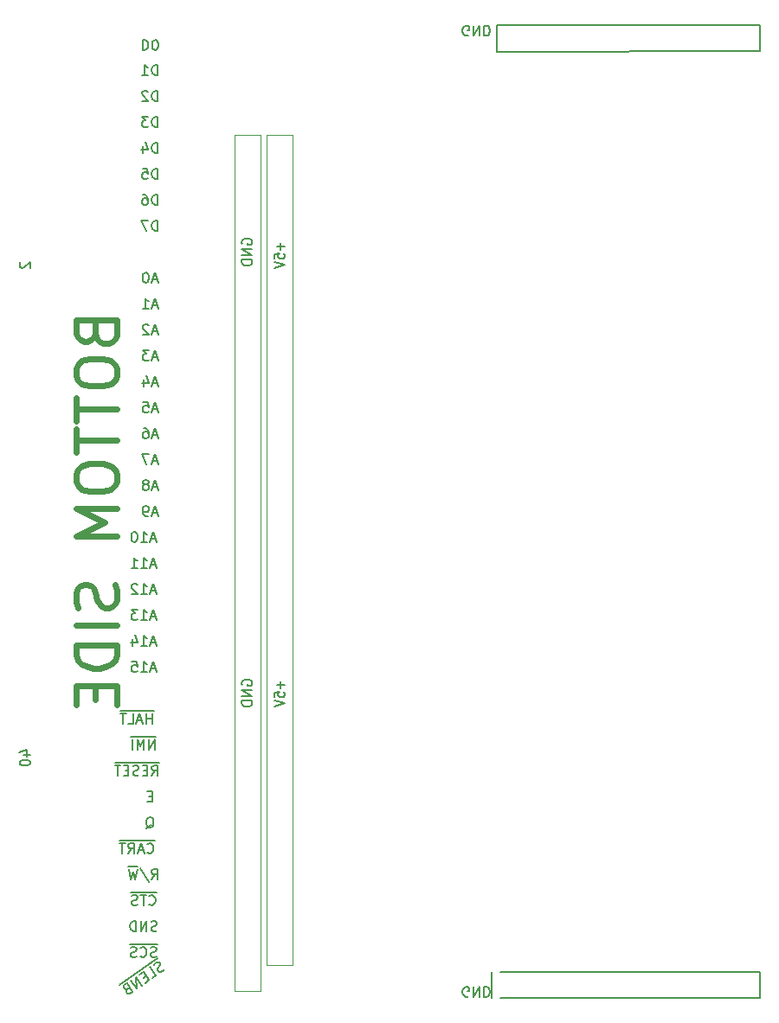
<source format=gbo>
%TF.GenerationSoftware,KiCad,Pcbnew,9.0.7*%
%TF.CreationDate,2026-01-19T16:38:05-08:00*%
%TF.ProjectId,CoCoProtoBoard,436f436f-5072-46f7-946f-426f6172642e,rev?*%
%TF.SameCoordinates,Original*%
%TF.FileFunction,Legend,Bot*%
%TF.FilePolarity,Positive*%
%FSLAX46Y46*%
G04 Gerber Fmt 4.6, Leading zero omitted, Abs format (unit mm)*
G04 Created by KiCad (PCBNEW 9.0.7) date 2026-01-19 16:38:05*
%MOMM*%
%LPD*%
G01*
G04 APERTURE LIST*
%ADD10C,0.150000*%
%ADD11C,0.600000*%
%ADD12C,0.120000*%
G04 APERTURE END LIST*
D10*
X172720000Y-149225000D02*
X147320000Y-149225000D01*
X172720000Y-56515000D02*
X146940000Y-56515000D01*
X146940000Y-56515000D02*
X146940000Y-59140000D01*
X172720000Y-59055000D02*
X172720000Y-56515000D01*
X146940000Y-59140000D02*
X172720000Y-59055000D01*
X147320000Y-151765000D02*
X172720000Y-151765000D01*
X172720000Y-151765000D02*
X172720000Y-149225000D01*
X146440000Y-149225000D02*
X146440000Y-151765000D01*
X114403389Y-148950809D02*
X114313681Y-149071756D01*
X114313681Y-149071756D02*
X114118645Y-149208322D01*
X114118645Y-149208322D02*
X114013317Y-149223941D01*
X114013317Y-149223941D02*
X113946997Y-149212247D01*
X113946997Y-149212247D02*
X113853363Y-149161545D01*
X113853363Y-149161545D02*
X113798737Y-149083531D01*
X113798737Y-149083531D02*
X113783118Y-148978203D01*
X113783118Y-148978203D02*
X113794812Y-148911883D01*
X113794812Y-148911883D02*
X113845513Y-148818249D01*
X113845513Y-148818249D02*
X113974229Y-148669989D01*
X113974229Y-148669989D02*
X114024930Y-148576356D01*
X114024930Y-148576356D02*
X114036624Y-148510035D01*
X114036624Y-148510035D02*
X114021005Y-148404708D01*
X114021005Y-148404708D02*
X113966379Y-148326693D01*
X113966379Y-148326693D02*
X113872745Y-148275992D01*
X113872745Y-148275992D02*
X113806425Y-148264298D01*
X113806425Y-148264298D02*
X113701097Y-148279917D01*
X113701097Y-148279917D02*
X113506061Y-148416483D01*
X113506061Y-148416483D02*
X113416352Y-148537430D01*
X113221478Y-149836525D02*
X113611550Y-149563393D01*
X113611550Y-149563393D02*
X113037974Y-148744241D01*
X112647982Y-149598637D02*
X112374932Y-149789829D01*
X112558355Y-150300848D02*
X112948427Y-150027717D01*
X112948427Y-150027717D02*
X112374851Y-149208565D01*
X112374851Y-149208565D02*
X111984778Y-149481696D01*
X112207290Y-150546667D02*
X111633713Y-149727515D01*
X111633713Y-149727515D02*
X111739203Y-150874425D01*
X111739203Y-150874425D02*
X111165626Y-150055273D01*
X110775635Y-150909669D02*
X110685926Y-151030616D01*
X110685926Y-151030616D02*
X110674232Y-151096936D01*
X110674232Y-151096936D02*
X110689851Y-151202264D01*
X110689851Y-151202264D02*
X110771791Y-151319286D01*
X110771791Y-151319286D02*
X110865424Y-151369987D01*
X110865424Y-151369987D02*
X110931745Y-151381681D01*
X110931745Y-151381681D02*
X111037072Y-151366062D01*
X111037072Y-151366062D02*
X111349130Y-151147557D01*
X111349130Y-151147557D02*
X110775554Y-150328404D01*
X110775554Y-150328404D02*
X110502503Y-150519597D01*
X110502503Y-150519597D02*
X110451802Y-150613230D01*
X110451802Y-150613230D02*
X110440108Y-150679551D01*
X110440108Y-150679551D02*
X110455727Y-150784878D01*
X110455727Y-150784878D02*
X110510353Y-150862893D01*
X110510353Y-150862893D02*
X110603987Y-150913594D01*
X110603987Y-150913594D02*
X110670307Y-150925288D01*
X110670307Y-150925288D02*
X110775635Y-150909669D01*
X110775635Y-150909669D02*
X111048686Y-150718477D01*
X113772004Y-147891357D02*
X110074118Y-150480645D01*
X113656904Y-147727200D02*
X113514047Y-147774819D01*
X113514047Y-147774819D02*
X113275952Y-147774819D01*
X113275952Y-147774819D02*
X113180714Y-147727200D01*
X113180714Y-147727200D02*
X113133095Y-147679580D01*
X113133095Y-147679580D02*
X113085476Y-147584342D01*
X113085476Y-147584342D02*
X113085476Y-147489104D01*
X113085476Y-147489104D02*
X113133095Y-147393866D01*
X113133095Y-147393866D02*
X113180714Y-147346247D01*
X113180714Y-147346247D02*
X113275952Y-147298628D01*
X113275952Y-147298628D02*
X113466428Y-147251009D01*
X113466428Y-147251009D02*
X113561666Y-147203390D01*
X113561666Y-147203390D02*
X113609285Y-147155771D01*
X113609285Y-147155771D02*
X113656904Y-147060533D01*
X113656904Y-147060533D02*
X113656904Y-146965295D01*
X113656904Y-146965295D02*
X113609285Y-146870057D01*
X113609285Y-146870057D02*
X113561666Y-146822438D01*
X113561666Y-146822438D02*
X113466428Y-146774819D01*
X113466428Y-146774819D02*
X113228333Y-146774819D01*
X113228333Y-146774819D02*
X113085476Y-146822438D01*
X112085476Y-147679580D02*
X112133095Y-147727200D01*
X112133095Y-147727200D02*
X112275952Y-147774819D01*
X112275952Y-147774819D02*
X112371190Y-147774819D01*
X112371190Y-147774819D02*
X112514047Y-147727200D01*
X112514047Y-147727200D02*
X112609285Y-147631961D01*
X112609285Y-147631961D02*
X112656904Y-147536723D01*
X112656904Y-147536723D02*
X112704523Y-147346247D01*
X112704523Y-147346247D02*
X112704523Y-147203390D01*
X112704523Y-147203390D02*
X112656904Y-147012914D01*
X112656904Y-147012914D02*
X112609285Y-146917676D01*
X112609285Y-146917676D02*
X112514047Y-146822438D01*
X112514047Y-146822438D02*
X112371190Y-146774819D01*
X112371190Y-146774819D02*
X112275952Y-146774819D01*
X112275952Y-146774819D02*
X112133095Y-146822438D01*
X112133095Y-146822438D02*
X112085476Y-146870057D01*
X111704523Y-147727200D02*
X111561666Y-147774819D01*
X111561666Y-147774819D02*
X111323571Y-147774819D01*
X111323571Y-147774819D02*
X111228333Y-147727200D01*
X111228333Y-147727200D02*
X111180714Y-147679580D01*
X111180714Y-147679580D02*
X111133095Y-147584342D01*
X111133095Y-147584342D02*
X111133095Y-147489104D01*
X111133095Y-147489104D02*
X111180714Y-147393866D01*
X111180714Y-147393866D02*
X111228333Y-147346247D01*
X111228333Y-147346247D02*
X111323571Y-147298628D01*
X111323571Y-147298628D02*
X111514047Y-147251009D01*
X111514047Y-147251009D02*
X111609285Y-147203390D01*
X111609285Y-147203390D02*
X111656904Y-147155771D01*
X111656904Y-147155771D02*
X111704523Y-147060533D01*
X111704523Y-147060533D02*
X111704523Y-146965295D01*
X111704523Y-146965295D02*
X111656904Y-146870057D01*
X111656904Y-146870057D02*
X111609285Y-146822438D01*
X111609285Y-146822438D02*
X111514047Y-146774819D01*
X111514047Y-146774819D02*
X111275952Y-146774819D01*
X111275952Y-146774819D02*
X111133095Y-146822438D01*
X113747381Y-146497200D02*
X111042619Y-146497200D01*
X113704523Y-145187200D02*
X113561666Y-145234819D01*
X113561666Y-145234819D02*
X113323571Y-145234819D01*
X113323571Y-145234819D02*
X113228333Y-145187200D01*
X113228333Y-145187200D02*
X113180714Y-145139580D01*
X113180714Y-145139580D02*
X113133095Y-145044342D01*
X113133095Y-145044342D02*
X113133095Y-144949104D01*
X113133095Y-144949104D02*
X113180714Y-144853866D01*
X113180714Y-144853866D02*
X113228333Y-144806247D01*
X113228333Y-144806247D02*
X113323571Y-144758628D01*
X113323571Y-144758628D02*
X113514047Y-144711009D01*
X113514047Y-144711009D02*
X113609285Y-144663390D01*
X113609285Y-144663390D02*
X113656904Y-144615771D01*
X113656904Y-144615771D02*
X113704523Y-144520533D01*
X113704523Y-144520533D02*
X113704523Y-144425295D01*
X113704523Y-144425295D02*
X113656904Y-144330057D01*
X113656904Y-144330057D02*
X113609285Y-144282438D01*
X113609285Y-144282438D02*
X113514047Y-144234819D01*
X113514047Y-144234819D02*
X113275952Y-144234819D01*
X113275952Y-144234819D02*
X113133095Y-144282438D01*
X112704523Y-145234819D02*
X112704523Y-144234819D01*
X112704523Y-144234819D02*
X112133095Y-145234819D01*
X112133095Y-145234819D02*
X112133095Y-144234819D01*
X111656904Y-145234819D02*
X111656904Y-144234819D01*
X111656904Y-144234819D02*
X111418809Y-144234819D01*
X111418809Y-144234819D02*
X111275952Y-144282438D01*
X111275952Y-144282438D02*
X111180714Y-144377676D01*
X111180714Y-144377676D02*
X111133095Y-144472914D01*
X111133095Y-144472914D02*
X111085476Y-144663390D01*
X111085476Y-144663390D02*
X111085476Y-144806247D01*
X111085476Y-144806247D02*
X111133095Y-144996723D01*
X111133095Y-144996723D02*
X111180714Y-145091961D01*
X111180714Y-145091961D02*
X111275952Y-145187200D01*
X111275952Y-145187200D02*
X111418809Y-145234819D01*
X111418809Y-145234819D02*
X111656904Y-145234819D01*
X112942619Y-142599580D02*
X112990238Y-142647200D01*
X112990238Y-142647200D02*
X113133095Y-142694819D01*
X113133095Y-142694819D02*
X113228333Y-142694819D01*
X113228333Y-142694819D02*
X113371190Y-142647200D01*
X113371190Y-142647200D02*
X113466428Y-142551961D01*
X113466428Y-142551961D02*
X113514047Y-142456723D01*
X113514047Y-142456723D02*
X113561666Y-142266247D01*
X113561666Y-142266247D02*
X113561666Y-142123390D01*
X113561666Y-142123390D02*
X113514047Y-141932914D01*
X113514047Y-141932914D02*
X113466428Y-141837676D01*
X113466428Y-141837676D02*
X113371190Y-141742438D01*
X113371190Y-141742438D02*
X113228333Y-141694819D01*
X113228333Y-141694819D02*
X113133095Y-141694819D01*
X113133095Y-141694819D02*
X112990238Y-141742438D01*
X112990238Y-141742438D02*
X112942619Y-141790057D01*
X112656904Y-141694819D02*
X112085476Y-141694819D01*
X112371190Y-142694819D02*
X112371190Y-141694819D01*
X111799761Y-142647200D02*
X111656904Y-142694819D01*
X111656904Y-142694819D02*
X111418809Y-142694819D01*
X111418809Y-142694819D02*
X111323571Y-142647200D01*
X111323571Y-142647200D02*
X111275952Y-142599580D01*
X111275952Y-142599580D02*
X111228333Y-142504342D01*
X111228333Y-142504342D02*
X111228333Y-142409104D01*
X111228333Y-142409104D02*
X111275952Y-142313866D01*
X111275952Y-142313866D02*
X111323571Y-142266247D01*
X111323571Y-142266247D02*
X111418809Y-142218628D01*
X111418809Y-142218628D02*
X111609285Y-142171009D01*
X111609285Y-142171009D02*
X111704523Y-142123390D01*
X111704523Y-142123390D02*
X111752142Y-142075771D01*
X111752142Y-142075771D02*
X111799761Y-141980533D01*
X111799761Y-141980533D02*
X111799761Y-141885295D01*
X111799761Y-141885295D02*
X111752142Y-141790057D01*
X111752142Y-141790057D02*
X111704523Y-141742438D01*
X111704523Y-141742438D02*
X111609285Y-141694819D01*
X111609285Y-141694819D02*
X111371190Y-141694819D01*
X111371190Y-141694819D02*
X111228333Y-141742438D01*
X113652143Y-141417200D02*
X111137857Y-141417200D01*
X113180714Y-140154819D02*
X113514047Y-139678628D01*
X113752142Y-140154819D02*
X113752142Y-139154819D01*
X113752142Y-139154819D02*
X113371190Y-139154819D01*
X113371190Y-139154819D02*
X113275952Y-139202438D01*
X113275952Y-139202438D02*
X113228333Y-139250057D01*
X113228333Y-139250057D02*
X113180714Y-139345295D01*
X113180714Y-139345295D02*
X113180714Y-139488152D01*
X113180714Y-139488152D02*
X113228333Y-139583390D01*
X113228333Y-139583390D02*
X113275952Y-139631009D01*
X113275952Y-139631009D02*
X113371190Y-139678628D01*
X113371190Y-139678628D02*
X113752142Y-139678628D01*
X112037857Y-139107200D02*
X112894999Y-140392914D01*
X111799761Y-139154819D02*
X111561666Y-140154819D01*
X111561666Y-140154819D02*
X111371190Y-139440533D01*
X111371190Y-139440533D02*
X111180714Y-140154819D01*
X111180714Y-140154819D02*
X110942619Y-139154819D01*
X111842619Y-138877200D02*
X110899762Y-138877200D01*
X112760000Y-137519580D02*
X112807619Y-137567200D01*
X112807619Y-137567200D02*
X112950476Y-137614819D01*
X112950476Y-137614819D02*
X113045714Y-137614819D01*
X113045714Y-137614819D02*
X113188571Y-137567200D01*
X113188571Y-137567200D02*
X113283809Y-137471961D01*
X113283809Y-137471961D02*
X113331428Y-137376723D01*
X113331428Y-137376723D02*
X113379047Y-137186247D01*
X113379047Y-137186247D02*
X113379047Y-137043390D01*
X113379047Y-137043390D02*
X113331428Y-136852914D01*
X113331428Y-136852914D02*
X113283809Y-136757676D01*
X113283809Y-136757676D02*
X113188571Y-136662438D01*
X113188571Y-136662438D02*
X113045714Y-136614819D01*
X113045714Y-136614819D02*
X112950476Y-136614819D01*
X112950476Y-136614819D02*
X112807619Y-136662438D01*
X112807619Y-136662438D02*
X112760000Y-136710057D01*
X112379047Y-137329104D02*
X111902857Y-137329104D01*
X112474285Y-137614819D02*
X112140952Y-136614819D01*
X112140952Y-136614819D02*
X111807619Y-137614819D01*
X110902857Y-137614819D02*
X111236190Y-137138628D01*
X111474285Y-137614819D02*
X111474285Y-136614819D01*
X111474285Y-136614819D02*
X111093333Y-136614819D01*
X111093333Y-136614819D02*
X110998095Y-136662438D01*
X110998095Y-136662438D02*
X110950476Y-136710057D01*
X110950476Y-136710057D02*
X110902857Y-136805295D01*
X110902857Y-136805295D02*
X110902857Y-136948152D01*
X110902857Y-136948152D02*
X110950476Y-137043390D01*
X110950476Y-137043390D02*
X110998095Y-137091009D01*
X110998095Y-137091009D02*
X111093333Y-137138628D01*
X111093333Y-137138628D02*
X111474285Y-137138628D01*
X110617142Y-136614819D02*
X110045714Y-136614819D01*
X110331428Y-137614819D02*
X110331428Y-136614819D01*
X113469524Y-136337200D02*
X110050476Y-136337200D01*
X112649047Y-135170057D02*
X112744285Y-135122438D01*
X112744285Y-135122438D02*
X112839523Y-135027200D01*
X112839523Y-135027200D02*
X112982380Y-134884342D01*
X112982380Y-134884342D02*
X113077618Y-134836723D01*
X113077618Y-134836723D02*
X113172856Y-134836723D01*
X113125237Y-135074819D02*
X113220475Y-135027200D01*
X113220475Y-135027200D02*
X113315713Y-134931961D01*
X113315713Y-134931961D02*
X113363332Y-134741485D01*
X113363332Y-134741485D02*
X113363332Y-134408152D01*
X113363332Y-134408152D02*
X113315713Y-134217676D01*
X113315713Y-134217676D02*
X113220475Y-134122438D01*
X113220475Y-134122438D02*
X113125237Y-134074819D01*
X113125237Y-134074819D02*
X112934761Y-134074819D01*
X112934761Y-134074819D02*
X112839523Y-134122438D01*
X112839523Y-134122438D02*
X112744285Y-134217676D01*
X112744285Y-134217676D02*
X112696666Y-134408152D01*
X112696666Y-134408152D02*
X112696666Y-134741485D01*
X112696666Y-134741485D02*
X112744285Y-134931961D01*
X112744285Y-134931961D02*
X112839523Y-135027200D01*
X112839523Y-135027200D02*
X112934761Y-135074819D01*
X112934761Y-135074819D02*
X113125237Y-135074819D01*
X113244285Y-132011009D02*
X112910952Y-132011009D01*
X112768095Y-132534819D02*
X113244285Y-132534819D01*
X113244285Y-132534819D02*
X113244285Y-131534819D01*
X113244285Y-131534819D02*
X112768095Y-131534819D01*
X113212381Y-129994819D02*
X113545714Y-129518628D01*
X113783809Y-129994819D02*
X113783809Y-128994819D01*
X113783809Y-128994819D02*
X113402857Y-128994819D01*
X113402857Y-128994819D02*
X113307619Y-129042438D01*
X113307619Y-129042438D02*
X113260000Y-129090057D01*
X113260000Y-129090057D02*
X113212381Y-129185295D01*
X113212381Y-129185295D02*
X113212381Y-129328152D01*
X113212381Y-129328152D02*
X113260000Y-129423390D01*
X113260000Y-129423390D02*
X113307619Y-129471009D01*
X113307619Y-129471009D02*
X113402857Y-129518628D01*
X113402857Y-129518628D02*
X113783809Y-129518628D01*
X112783809Y-129471009D02*
X112450476Y-129471009D01*
X112307619Y-129994819D02*
X112783809Y-129994819D01*
X112783809Y-129994819D02*
X112783809Y-128994819D01*
X112783809Y-128994819D02*
X112307619Y-128994819D01*
X111926666Y-129947200D02*
X111783809Y-129994819D01*
X111783809Y-129994819D02*
X111545714Y-129994819D01*
X111545714Y-129994819D02*
X111450476Y-129947200D01*
X111450476Y-129947200D02*
X111402857Y-129899580D01*
X111402857Y-129899580D02*
X111355238Y-129804342D01*
X111355238Y-129804342D02*
X111355238Y-129709104D01*
X111355238Y-129709104D02*
X111402857Y-129613866D01*
X111402857Y-129613866D02*
X111450476Y-129566247D01*
X111450476Y-129566247D02*
X111545714Y-129518628D01*
X111545714Y-129518628D02*
X111736190Y-129471009D01*
X111736190Y-129471009D02*
X111831428Y-129423390D01*
X111831428Y-129423390D02*
X111879047Y-129375771D01*
X111879047Y-129375771D02*
X111926666Y-129280533D01*
X111926666Y-129280533D02*
X111926666Y-129185295D01*
X111926666Y-129185295D02*
X111879047Y-129090057D01*
X111879047Y-129090057D02*
X111831428Y-129042438D01*
X111831428Y-129042438D02*
X111736190Y-128994819D01*
X111736190Y-128994819D02*
X111498095Y-128994819D01*
X111498095Y-128994819D02*
X111355238Y-129042438D01*
X110926666Y-129471009D02*
X110593333Y-129471009D01*
X110450476Y-129994819D02*
X110926666Y-129994819D01*
X110926666Y-129994819D02*
X110926666Y-128994819D01*
X110926666Y-128994819D02*
X110450476Y-128994819D01*
X110164761Y-128994819D02*
X109593333Y-128994819D01*
X109879047Y-129994819D02*
X109879047Y-128994819D01*
X113921905Y-128717200D02*
X109598095Y-128717200D01*
X113490237Y-127454819D02*
X113490237Y-126454819D01*
X113490237Y-126454819D02*
X112918809Y-127454819D01*
X112918809Y-127454819D02*
X112918809Y-126454819D01*
X112442618Y-127454819D02*
X112442618Y-126454819D01*
X112442618Y-126454819D02*
X112109285Y-127169104D01*
X112109285Y-127169104D02*
X111775952Y-126454819D01*
X111775952Y-126454819D02*
X111775952Y-127454819D01*
X111299761Y-127454819D02*
X111299761Y-126454819D01*
X113628333Y-126177200D02*
X111161667Y-126177200D01*
X113259999Y-124914819D02*
X113259999Y-123914819D01*
X113259999Y-124391009D02*
X112688571Y-124391009D01*
X112688571Y-124914819D02*
X112688571Y-123914819D01*
X112259999Y-124629104D02*
X111783809Y-124629104D01*
X112355237Y-124914819D02*
X112021904Y-123914819D01*
X112021904Y-123914819D02*
X111688571Y-124914819D01*
X110879047Y-124914819D02*
X111355237Y-124914819D01*
X111355237Y-124914819D02*
X111355237Y-123914819D01*
X110688570Y-123914819D02*
X110117142Y-123914819D01*
X110402856Y-124914819D02*
X110402856Y-123914819D01*
X113398095Y-123637200D02*
X110121904Y-123637200D01*
X113585475Y-119549104D02*
X113109285Y-119549104D01*
X113680713Y-119834819D02*
X113347380Y-118834819D01*
X113347380Y-118834819D02*
X113014047Y-119834819D01*
X112156904Y-119834819D02*
X112728332Y-119834819D01*
X112442618Y-119834819D02*
X112442618Y-118834819D01*
X112442618Y-118834819D02*
X112537856Y-118977676D01*
X112537856Y-118977676D02*
X112633094Y-119072914D01*
X112633094Y-119072914D02*
X112728332Y-119120533D01*
X111252142Y-118834819D02*
X111728332Y-118834819D01*
X111728332Y-118834819D02*
X111775951Y-119311009D01*
X111775951Y-119311009D02*
X111728332Y-119263390D01*
X111728332Y-119263390D02*
X111633094Y-119215771D01*
X111633094Y-119215771D02*
X111394999Y-119215771D01*
X111394999Y-119215771D02*
X111299761Y-119263390D01*
X111299761Y-119263390D02*
X111252142Y-119311009D01*
X111252142Y-119311009D02*
X111204523Y-119406247D01*
X111204523Y-119406247D02*
X111204523Y-119644342D01*
X111204523Y-119644342D02*
X111252142Y-119739580D01*
X111252142Y-119739580D02*
X111299761Y-119787200D01*
X111299761Y-119787200D02*
X111394999Y-119834819D01*
X111394999Y-119834819D02*
X111633094Y-119834819D01*
X111633094Y-119834819D02*
X111728332Y-119787200D01*
X111728332Y-119787200D02*
X111775951Y-119739580D01*
X113585475Y-117009104D02*
X113109285Y-117009104D01*
X113680713Y-117294819D02*
X113347380Y-116294819D01*
X113347380Y-116294819D02*
X113014047Y-117294819D01*
X112156904Y-117294819D02*
X112728332Y-117294819D01*
X112442618Y-117294819D02*
X112442618Y-116294819D01*
X112442618Y-116294819D02*
X112537856Y-116437676D01*
X112537856Y-116437676D02*
X112633094Y-116532914D01*
X112633094Y-116532914D02*
X112728332Y-116580533D01*
X111299761Y-116628152D02*
X111299761Y-117294819D01*
X111537856Y-116247200D02*
X111775951Y-116961485D01*
X111775951Y-116961485D02*
X111156904Y-116961485D01*
X113585475Y-114469104D02*
X113109285Y-114469104D01*
X113680713Y-114754819D02*
X113347380Y-113754819D01*
X113347380Y-113754819D02*
X113014047Y-114754819D01*
X112156904Y-114754819D02*
X112728332Y-114754819D01*
X112442618Y-114754819D02*
X112442618Y-113754819D01*
X112442618Y-113754819D02*
X112537856Y-113897676D01*
X112537856Y-113897676D02*
X112633094Y-113992914D01*
X112633094Y-113992914D02*
X112728332Y-114040533D01*
X111823570Y-113754819D02*
X111204523Y-113754819D01*
X111204523Y-113754819D02*
X111537856Y-114135771D01*
X111537856Y-114135771D02*
X111394999Y-114135771D01*
X111394999Y-114135771D02*
X111299761Y-114183390D01*
X111299761Y-114183390D02*
X111252142Y-114231009D01*
X111252142Y-114231009D02*
X111204523Y-114326247D01*
X111204523Y-114326247D02*
X111204523Y-114564342D01*
X111204523Y-114564342D02*
X111252142Y-114659580D01*
X111252142Y-114659580D02*
X111299761Y-114707200D01*
X111299761Y-114707200D02*
X111394999Y-114754819D01*
X111394999Y-114754819D02*
X111680713Y-114754819D01*
X111680713Y-114754819D02*
X111775951Y-114707200D01*
X111775951Y-114707200D02*
X111823570Y-114659580D01*
X113585475Y-111929104D02*
X113109285Y-111929104D01*
X113680713Y-112214819D02*
X113347380Y-111214819D01*
X113347380Y-111214819D02*
X113014047Y-112214819D01*
X112156904Y-112214819D02*
X112728332Y-112214819D01*
X112442618Y-112214819D02*
X112442618Y-111214819D01*
X112442618Y-111214819D02*
X112537856Y-111357676D01*
X112537856Y-111357676D02*
X112633094Y-111452914D01*
X112633094Y-111452914D02*
X112728332Y-111500533D01*
X111775951Y-111310057D02*
X111728332Y-111262438D01*
X111728332Y-111262438D02*
X111633094Y-111214819D01*
X111633094Y-111214819D02*
X111394999Y-111214819D01*
X111394999Y-111214819D02*
X111299761Y-111262438D01*
X111299761Y-111262438D02*
X111252142Y-111310057D01*
X111252142Y-111310057D02*
X111204523Y-111405295D01*
X111204523Y-111405295D02*
X111204523Y-111500533D01*
X111204523Y-111500533D02*
X111252142Y-111643390D01*
X111252142Y-111643390D02*
X111823570Y-112214819D01*
X111823570Y-112214819D02*
X111204523Y-112214819D01*
X113585475Y-109389104D02*
X113109285Y-109389104D01*
X113680713Y-109674819D02*
X113347380Y-108674819D01*
X113347380Y-108674819D02*
X113014047Y-109674819D01*
X112156904Y-109674819D02*
X112728332Y-109674819D01*
X112442618Y-109674819D02*
X112442618Y-108674819D01*
X112442618Y-108674819D02*
X112537856Y-108817676D01*
X112537856Y-108817676D02*
X112633094Y-108912914D01*
X112633094Y-108912914D02*
X112728332Y-108960533D01*
X111204523Y-109674819D02*
X111775951Y-109674819D01*
X111490237Y-109674819D02*
X111490237Y-108674819D01*
X111490237Y-108674819D02*
X111585475Y-108817676D01*
X111585475Y-108817676D02*
X111680713Y-108912914D01*
X111680713Y-108912914D02*
X111775951Y-108960533D01*
X113585475Y-106849104D02*
X113109285Y-106849104D01*
X113680713Y-107134819D02*
X113347380Y-106134819D01*
X113347380Y-106134819D02*
X113014047Y-107134819D01*
X112156904Y-107134819D02*
X112728332Y-107134819D01*
X112442618Y-107134819D02*
X112442618Y-106134819D01*
X112442618Y-106134819D02*
X112537856Y-106277676D01*
X112537856Y-106277676D02*
X112633094Y-106372914D01*
X112633094Y-106372914D02*
X112728332Y-106420533D01*
X111537856Y-106134819D02*
X111442618Y-106134819D01*
X111442618Y-106134819D02*
X111347380Y-106182438D01*
X111347380Y-106182438D02*
X111299761Y-106230057D01*
X111299761Y-106230057D02*
X111252142Y-106325295D01*
X111252142Y-106325295D02*
X111204523Y-106515771D01*
X111204523Y-106515771D02*
X111204523Y-106753866D01*
X111204523Y-106753866D02*
X111252142Y-106944342D01*
X111252142Y-106944342D02*
X111299761Y-107039580D01*
X111299761Y-107039580D02*
X111347380Y-107087200D01*
X111347380Y-107087200D02*
X111442618Y-107134819D01*
X111442618Y-107134819D02*
X111537856Y-107134819D01*
X111537856Y-107134819D02*
X111633094Y-107087200D01*
X111633094Y-107087200D02*
X111680713Y-107039580D01*
X111680713Y-107039580D02*
X111728332Y-106944342D01*
X111728332Y-106944342D02*
X111775951Y-106753866D01*
X111775951Y-106753866D02*
X111775951Y-106515771D01*
X111775951Y-106515771D02*
X111728332Y-106325295D01*
X111728332Y-106325295D02*
X111680713Y-106230057D01*
X111680713Y-106230057D02*
X111633094Y-106182438D01*
X111633094Y-106182438D02*
X111537856Y-106134819D01*
X113744285Y-104309104D02*
X113268095Y-104309104D01*
X113839523Y-104594819D02*
X113506190Y-103594819D01*
X113506190Y-103594819D02*
X113172857Y-104594819D01*
X112791904Y-104594819D02*
X112601428Y-104594819D01*
X112601428Y-104594819D02*
X112506190Y-104547200D01*
X112506190Y-104547200D02*
X112458571Y-104499580D01*
X112458571Y-104499580D02*
X112363333Y-104356723D01*
X112363333Y-104356723D02*
X112315714Y-104166247D01*
X112315714Y-104166247D02*
X112315714Y-103785295D01*
X112315714Y-103785295D02*
X112363333Y-103690057D01*
X112363333Y-103690057D02*
X112410952Y-103642438D01*
X112410952Y-103642438D02*
X112506190Y-103594819D01*
X112506190Y-103594819D02*
X112696666Y-103594819D01*
X112696666Y-103594819D02*
X112791904Y-103642438D01*
X112791904Y-103642438D02*
X112839523Y-103690057D01*
X112839523Y-103690057D02*
X112887142Y-103785295D01*
X112887142Y-103785295D02*
X112887142Y-104023390D01*
X112887142Y-104023390D02*
X112839523Y-104118628D01*
X112839523Y-104118628D02*
X112791904Y-104166247D01*
X112791904Y-104166247D02*
X112696666Y-104213866D01*
X112696666Y-104213866D02*
X112506190Y-104213866D01*
X112506190Y-104213866D02*
X112410952Y-104166247D01*
X112410952Y-104166247D02*
X112363333Y-104118628D01*
X112363333Y-104118628D02*
X112315714Y-104023390D01*
X113744285Y-101769104D02*
X113268095Y-101769104D01*
X113839523Y-102054819D02*
X113506190Y-101054819D01*
X113506190Y-101054819D02*
X113172857Y-102054819D01*
X112696666Y-101483390D02*
X112791904Y-101435771D01*
X112791904Y-101435771D02*
X112839523Y-101388152D01*
X112839523Y-101388152D02*
X112887142Y-101292914D01*
X112887142Y-101292914D02*
X112887142Y-101245295D01*
X112887142Y-101245295D02*
X112839523Y-101150057D01*
X112839523Y-101150057D02*
X112791904Y-101102438D01*
X112791904Y-101102438D02*
X112696666Y-101054819D01*
X112696666Y-101054819D02*
X112506190Y-101054819D01*
X112506190Y-101054819D02*
X112410952Y-101102438D01*
X112410952Y-101102438D02*
X112363333Y-101150057D01*
X112363333Y-101150057D02*
X112315714Y-101245295D01*
X112315714Y-101245295D02*
X112315714Y-101292914D01*
X112315714Y-101292914D02*
X112363333Y-101388152D01*
X112363333Y-101388152D02*
X112410952Y-101435771D01*
X112410952Y-101435771D02*
X112506190Y-101483390D01*
X112506190Y-101483390D02*
X112696666Y-101483390D01*
X112696666Y-101483390D02*
X112791904Y-101531009D01*
X112791904Y-101531009D02*
X112839523Y-101578628D01*
X112839523Y-101578628D02*
X112887142Y-101673866D01*
X112887142Y-101673866D02*
X112887142Y-101864342D01*
X112887142Y-101864342D02*
X112839523Y-101959580D01*
X112839523Y-101959580D02*
X112791904Y-102007200D01*
X112791904Y-102007200D02*
X112696666Y-102054819D01*
X112696666Y-102054819D02*
X112506190Y-102054819D01*
X112506190Y-102054819D02*
X112410952Y-102007200D01*
X112410952Y-102007200D02*
X112363333Y-101959580D01*
X112363333Y-101959580D02*
X112315714Y-101864342D01*
X112315714Y-101864342D02*
X112315714Y-101673866D01*
X112315714Y-101673866D02*
X112363333Y-101578628D01*
X112363333Y-101578628D02*
X112410952Y-101531009D01*
X112410952Y-101531009D02*
X112506190Y-101483390D01*
X113744285Y-99229104D02*
X113268095Y-99229104D01*
X113839523Y-99514819D02*
X113506190Y-98514819D01*
X113506190Y-98514819D02*
X113172857Y-99514819D01*
X112934761Y-98514819D02*
X112268095Y-98514819D01*
X112268095Y-98514819D02*
X112696666Y-99514819D01*
X113744285Y-96689104D02*
X113268095Y-96689104D01*
X113839523Y-96974819D02*
X113506190Y-95974819D01*
X113506190Y-95974819D02*
X113172857Y-96974819D01*
X112410952Y-95974819D02*
X112601428Y-95974819D01*
X112601428Y-95974819D02*
X112696666Y-96022438D01*
X112696666Y-96022438D02*
X112744285Y-96070057D01*
X112744285Y-96070057D02*
X112839523Y-96212914D01*
X112839523Y-96212914D02*
X112887142Y-96403390D01*
X112887142Y-96403390D02*
X112887142Y-96784342D01*
X112887142Y-96784342D02*
X112839523Y-96879580D01*
X112839523Y-96879580D02*
X112791904Y-96927200D01*
X112791904Y-96927200D02*
X112696666Y-96974819D01*
X112696666Y-96974819D02*
X112506190Y-96974819D01*
X112506190Y-96974819D02*
X112410952Y-96927200D01*
X112410952Y-96927200D02*
X112363333Y-96879580D01*
X112363333Y-96879580D02*
X112315714Y-96784342D01*
X112315714Y-96784342D02*
X112315714Y-96546247D01*
X112315714Y-96546247D02*
X112363333Y-96451009D01*
X112363333Y-96451009D02*
X112410952Y-96403390D01*
X112410952Y-96403390D02*
X112506190Y-96355771D01*
X112506190Y-96355771D02*
X112696666Y-96355771D01*
X112696666Y-96355771D02*
X112791904Y-96403390D01*
X112791904Y-96403390D02*
X112839523Y-96451009D01*
X112839523Y-96451009D02*
X112887142Y-96546247D01*
X113744285Y-94149104D02*
X113268095Y-94149104D01*
X113839523Y-94434819D02*
X113506190Y-93434819D01*
X113506190Y-93434819D02*
X113172857Y-94434819D01*
X112363333Y-93434819D02*
X112839523Y-93434819D01*
X112839523Y-93434819D02*
X112887142Y-93911009D01*
X112887142Y-93911009D02*
X112839523Y-93863390D01*
X112839523Y-93863390D02*
X112744285Y-93815771D01*
X112744285Y-93815771D02*
X112506190Y-93815771D01*
X112506190Y-93815771D02*
X112410952Y-93863390D01*
X112410952Y-93863390D02*
X112363333Y-93911009D01*
X112363333Y-93911009D02*
X112315714Y-94006247D01*
X112315714Y-94006247D02*
X112315714Y-94244342D01*
X112315714Y-94244342D02*
X112363333Y-94339580D01*
X112363333Y-94339580D02*
X112410952Y-94387200D01*
X112410952Y-94387200D02*
X112506190Y-94434819D01*
X112506190Y-94434819D02*
X112744285Y-94434819D01*
X112744285Y-94434819D02*
X112839523Y-94387200D01*
X112839523Y-94387200D02*
X112887142Y-94339580D01*
X113744285Y-91609104D02*
X113268095Y-91609104D01*
X113839523Y-91894819D02*
X113506190Y-90894819D01*
X113506190Y-90894819D02*
X113172857Y-91894819D01*
X112410952Y-91228152D02*
X112410952Y-91894819D01*
X112649047Y-90847200D02*
X112887142Y-91561485D01*
X112887142Y-91561485D02*
X112268095Y-91561485D01*
X113744285Y-89069104D02*
X113268095Y-89069104D01*
X113839523Y-89354819D02*
X113506190Y-88354819D01*
X113506190Y-88354819D02*
X113172857Y-89354819D01*
X112934761Y-88354819D02*
X112315714Y-88354819D01*
X112315714Y-88354819D02*
X112649047Y-88735771D01*
X112649047Y-88735771D02*
X112506190Y-88735771D01*
X112506190Y-88735771D02*
X112410952Y-88783390D01*
X112410952Y-88783390D02*
X112363333Y-88831009D01*
X112363333Y-88831009D02*
X112315714Y-88926247D01*
X112315714Y-88926247D02*
X112315714Y-89164342D01*
X112315714Y-89164342D02*
X112363333Y-89259580D01*
X112363333Y-89259580D02*
X112410952Y-89307200D01*
X112410952Y-89307200D02*
X112506190Y-89354819D01*
X112506190Y-89354819D02*
X112791904Y-89354819D01*
X112791904Y-89354819D02*
X112887142Y-89307200D01*
X112887142Y-89307200D02*
X112934761Y-89259580D01*
X113744285Y-86529104D02*
X113268095Y-86529104D01*
X113839523Y-86814819D02*
X113506190Y-85814819D01*
X113506190Y-85814819D02*
X113172857Y-86814819D01*
X112887142Y-85910057D02*
X112839523Y-85862438D01*
X112839523Y-85862438D02*
X112744285Y-85814819D01*
X112744285Y-85814819D02*
X112506190Y-85814819D01*
X112506190Y-85814819D02*
X112410952Y-85862438D01*
X112410952Y-85862438D02*
X112363333Y-85910057D01*
X112363333Y-85910057D02*
X112315714Y-86005295D01*
X112315714Y-86005295D02*
X112315714Y-86100533D01*
X112315714Y-86100533D02*
X112363333Y-86243390D01*
X112363333Y-86243390D02*
X112934761Y-86814819D01*
X112934761Y-86814819D02*
X112315714Y-86814819D01*
X113744285Y-83989104D02*
X113268095Y-83989104D01*
X113839523Y-84274819D02*
X113506190Y-83274819D01*
X113506190Y-83274819D02*
X113172857Y-84274819D01*
X112315714Y-84274819D02*
X112887142Y-84274819D01*
X112601428Y-84274819D02*
X112601428Y-83274819D01*
X112601428Y-83274819D02*
X112696666Y-83417676D01*
X112696666Y-83417676D02*
X112791904Y-83512914D01*
X112791904Y-83512914D02*
X112887142Y-83560533D01*
X113744285Y-81449104D02*
X113268095Y-81449104D01*
X113839523Y-81734819D02*
X113506190Y-80734819D01*
X113506190Y-80734819D02*
X113172857Y-81734819D01*
X112649047Y-80734819D02*
X112553809Y-80734819D01*
X112553809Y-80734819D02*
X112458571Y-80782438D01*
X112458571Y-80782438D02*
X112410952Y-80830057D01*
X112410952Y-80830057D02*
X112363333Y-80925295D01*
X112363333Y-80925295D02*
X112315714Y-81115771D01*
X112315714Y-81115771D02*
X112315714Y-81353866D01*
X112315714Y-81353866D02*
X112363333Y-81544342D01*
X112363333Y-81544342D02*
X112410952Y-81639580D01*
X112410952Y-81639580D02*
X112458571Y-81687200D01*
X112458571Y-81687200D02*
X112553809Y-81734819D01*
X112553809Y-81734819D02*
X112649047Y-81734819D01*
X112649047Y-81734819D02*
X112744285Y-81687200D01*
X112744285Y-81687200D02*
X112791904Y-81639580D01*
X112791904Y-81639580D02*
X112839523Y-81544342D01*
X112839523Y-81544342D02*
X112887142Y-81353866D01*
X112887142Y-81353866D02*
X112887142Y-81115771D01*
X112887142Y-81115771D02*
X112839523Y-80925295D01*
X112839523Y-80925295D02*
X112791904Y-80830057D01*
X112791904Y-80830057D02*
X112744285Y-80782438D01*
X112744285Y-80782438D02*
X112649047Y-80734819D01*
X122057438Y-121158095D02*
X122009819Y-121062857D01*
X122009819Y-121062857D02*
X122009819Y-120920000D01*
X122009819Y-120920000D02*
X122057438Y-120777143D01*
X122057438Y-120777143D02*
X122152676Y-120681905D01*
X122152676Y-120681905D02*
X122247914Y-120634286D01*
X122247914Y-120634286D02*
X122438390Y-120586667D01*
X122438390Y-120586667D02*
X122581247Y-120586667D01*
X122581247Y-120586667D02*
X122771723Y-120634286D01*
X122771723Y-120634286D02*
X122866961Y-120681905D01*
X122866961Y-120681905D02*
X122962200Y-120777143D01*
X122962200Y-120777143D02*
X123009819Y-120920000D01*
X123009819Y-120920000D02*
X123009819Y-121015238D01*
X123009819Y-121015238D02*
X122962200Y-121158095D01*
X122962200Y-121158095D02*
X122914580Y-121205714D01*
X122914580Y-121205714D02*
X122581247Y-121205714D01*
X122581247Y-121205714D02*
X122581247Y-121015238D01*
X123009819Y-121634286D02*
X122009819Y-121634286D01*
X122009819Y-121634286D02*
X123009819Y-122205714D01*
X123009819Y-122205714D02*
X122009819Y-122205714D01*
X123009819Y-122681905D02*
X122009819Y-122681905D01*
X122009819Y-122681905D02*
X122009819Y-122920000D01*
X122009819Y-122920000D02*
X122057438Y-123062857D01*
X122057438Y-123062857D02*
X122152676Y-123158095D01*
X122152676Y-123158095D02*
X122247914Y-123205714D01*
X122247914Y-123205714D02*
X122438390Y-123253333D01*
X122438390Y-123253333D02*
X122581247Y-123253333D01*
X122581247Y-123253333D02*
X122771723Y-123205714D01*
X122771723Y-123205714D02*
X122866961Y-123158095D01*
X122866961Y-123158095D02*
X122962200Y-123062857D01*
X122962200Y-123062857D02*
X123009819Y-122920000D01*
X123009819Y-122920000D02*
X123009819Y-122681905D01*
X113768094Y-76654819D02*
X113768094Y-75654819D01*
X113768094Y-75654819D02*
X113529999Y-75654819D01*
X113529999Y-75654819D02*
X113387142Y-75702438D01*
X113387142Y-75702438D02*
X113291904Y-75797676D01*
X113291904Y-75797676D02*
X113244285Y-75892914D01*
X113244285Y-75892914D02*
X113196666Y-76083390D01*
X113196666Y-76083390D02*
X113196666Y-76226247D01*
X113196666Y-76226247D02*
X113244285Y-76416723D01*
X113244285Y-76416723D02*
X113291904Y-76511961D01*
X113291904Y-76511961D02*
X113387142Y-76607200D01*
X113387142Y-76607200D02*
X113529999Y-76654819D01*
X113529999Y-76654819D02*
X113768094Y-76654819D01*
X112863332Y-75654819D02*
X112196666Y-75654819D01*
X112196666Y-75654819D02*
X112625237Y-76654819D01*
X113768094Y-71574819D02*
X113768094Y-70574819D01*
X113768094Y-70574819D02*
X113529999Y-70574819D01*
X113529999Y-70574819D02*
X113387142Y-70622438D01*
X113387142Y-70622438D02*
X113291904Y-70717676D01*
X113291904Y-70717676D02*
X113244285Y-70812914D01*
X113244285Y-70812914D02*
X113196666Y-71003390D01*
X113196666Y-71003390D02*
X113196666Y-71146247D01*
X113196666Y-71146247D02*
X113244285Y-71336723D01*
X113244285Y-71336723D02*
X113291904Y-71431961D01*
X113291904Y-71431961D02*
X113387142Y-71527200D01*
X113387142Y-71527200D02*
X113529999Y-71574819D01*
X113529999Y-71574819D02*
X113768094Y-71574819D01*
X112291904Y-70574819D02*
X112768094Y-70574819D01*
X112768094Y-70574819D02*
X112815713Y-71051009D01*
X112815713Y-71051009D02*
X112768094Y-71003390D01*
X112768094Y-71003390D02*
X112672856Y-70955771D01*
X112672856Y-70955771D02*
X112434761Y-70955771D01*
X112434761Y-70955771D02*
X112339523Y-71003390D01*
X112339523Y-71003390D02*
X112291904Y-71051009D01*
X112291904Y-71051009D02*
X112244285Y-71146247D01*
X112244285Y-71146247D02*
X112244285Y-71384342D01*
X112244285Y-71384342D02*
X112291904Y-71479580D01*
X112291904Y-71479580D02*
X112339523Y-71527200D01*
X112339523Y-71527200D02*
X112434761Y-71574819D01*
X112434761Y-71574819D02*
X112672856Y-71574819D01*
X112672856Y-71574819D02*
X112768094Y-71527200D01*
X112768094Y-71527200D02*
X112815713Y-71479580D01*
X113768094Y-69034819D02*
X113768094Y-68034819D01*
X113768094Y-68034819D02*
X113529999Y-68034819D01*
X113529999Y-68034819D02*
X113387142Y-68082438D01*
X113387142Y-68082438D02*
X113291904Y-68177676D01*
X113291904Y-68177676D02*
X113244285Y-68272914D01*
X113244285Y-68272914D02*
X113196666Y-68463390D01*
X113196666Y-68463390D02*
X113196666Y-68606247D01*
X113196666Y-68606247D02*
X113244285Y-68796723D01*
X113244285Y-68796723D02*
X113291904Y-68891961D01*
X113291904Y-68891961D02*
X113387142Y-68987200D01*
X113387142Y-68987200D02*
X113529999Y-69034819D01*
X113529999Y-69034819D02*
X113768094Y-69034819D01*
X112339523Y-68368152D02*
X112339523Y-69034819D01*
X112577618Y-67987200D02*
X112815713Y-68701485D01*
X112815713Y-68701485D02*
X112196666Y-68701485D01*
X113768094Y-66494819D02*
X113768094Y-65494819D01*
X113768094Y-65494819D02*
X113529999Y-65494819D01*
X113529999Y-65494819D02*
X113387142Y-65542438D01*
X113387142Y-65542438D02*
X113291904Y-65637676D01*
X113291904Y-65637676D02*
X113244285Y-65732914D01*
X113244285Y-65732914D02*
X113196666Y-65923390D01*
X113196666Y-65923390D02*
X113196666Y-66066247D01*
X113196666Y-66066247D02*
X113244285Y-66256723D01*
X113244285Y-66256723D02*
X113291904Y-66351961D01*
X113291904Y-66351961D02*
X113387142Y-66447200D01*
X113387142Y-66447200D02*
X113529999Y-66494819D01*
X113529999Y-66494819D02*
X113768094Y-66494819D01*
X112863332Y-65494819D02*
X112244285Y-65494819D01*
X112244285Y-65494819D02*
X112577618Y-65875771D01*
X112577618Y-65875771D02*
X112434761Y-65875771D01*
X112434761Y-65875771D02*
X112339523Y-65923390D01*
X112339523Y-65923390D02*
X112291904Y-65971009D01*
X112291904Y-65971009D02*
X112244285Y-66066247D01*
X112244285Y-66066247D02*
X112244285Y-66304342D01*
X112244285Y-66304342D02*
X112291904Y-66399580D01*
X112291904Y-66399580D02*
X112339523Y-66447200D01*
X112339523Y-66447200D02*
X112434761Y-66494819D01*
X112434761Y-66494819D02*
X112720475Y-66494819D01*
X112720475Y-66494819D02*
X112815713Y-66447200D01*
X112815713Y-66447200D02*
X112863332Y-66399580D01*
X113768094Y-63954819D02*
X113768094Y-62954819D01*
X113768094Y-62954819D02*
X113529999Y-62954819D01*
X113529999Y-62954819D02*
X113387142Y-63002438D01*
X113387142Y-63002438D02*
X113291904Y-63097676D01*
X113291904Y-63097676D02*
X113244285Y-63192914D01*
X113244285Y-63192914D02*
X113196666Y-63383390D01*
X113196666Y-63383390D02*
X113196666Y-63526247D01*
X113196666Y-63526247D02*
X113244285Y-63716723D01*
X113244285Y-63716723D02*
X113291904Y-63811961D01*
X113291904Y-63811961D02*
X113387142Y-63907200D01*
X113387142Y-63907200D02*
X113529999Y-63954819D01*
X113529999Y-63954819D02*
X113768094Y-63954819D01*
X112815713Y-63050057D02*
X112768094Y-63002438D01*
X112768094Y-63002438D02*
X112672856Y-62954819D01*
X112672856Y-62954819D02*
X112434761Y-62954819D01*
X112434761Y-62954819D02*
X112339523Y-63002438D01*
X112339523Y-63002438D02*
X112291904Y-63050057D01*
X112291904Y-63050057D02*
X112244285Y-63145295D01*
X112244285Y-63145295D02*
X112244285Y-63240533D01*
X112244285Y-63240533D02*
X112291904Y-63383390D01*
X112291904Y-63383390D02*
X112863332Y-63954819D01*
X112863332Y-63954819D02*
X112244285Y-63954819D01*
X113768094Y-61414819D02*
X113768094Y-60414819D01*
X113768094Y-60414819D02*
X113529999Y-60414819D01*
X113529999Y-60414819D02*
X113387142Y-60462438D01*
X113387142Y-60462438D02*
X113291904Y-60557676D01*
X113291904Y-60557676D02*
X113244285Y-60652914D01*
X113244285Y-60652914D02*
X113196666Y-60843390D01*
X113196666Y-60843390D02*
X113196666Y-60986247D01*
X113196666Y-60986247D02*
X113244285Y-61176723D01*
X113244285Y-61176723D02*
X113291904Y-61271961D01*
X113291904Y-61271961D02*
X113387142Y-61367200D01*
X113387142Y-61367200D02*
X113529999Y-61414819D01*
X113529999Y-61414819D02*
X113768094Y-61414819D01*
X112244285Y-61414819D02*
X112815713Y-61414819D01*
X112529999Y-61414819D02*
X112529999Y-60414819D01*
X112529999Y-60414819D02*
X112625237Y-60557676D01*
X112625237Y-60557676D02*
X112720475Y-60652914D01*
X112720475Y-60652914D02*
X112815713Y-60700533D01*
X112291905Y-57965180D02*
X112291905Y-58965180D01*
X112291905Y-58965180D02*
X112530000Y-58965180D01*
X112530000Y-58965180D02*
X112672857Y-58917561D01*
X112672857Y-58917561D02*
X112768095Y-58822323D01*
X112768095Y-58822323D02*
X112815714Y-58727085D01*
X112815714Y-58727085D02*
X112863333Y-58536609D01*
X112863333Y-58536609D02*
X112863333Y-58393752D01*
X112863333Y-58393752D02*
X112815714Y-58203276D01*
X112815714Y-58203276D02*
X112768095Y-58108038D01*
X112768095Y-58108038D02*
X112672857Y-58012800D01*
X112672857Y-58012800D02*
X112530000Y-57965180D01*
X112530000Y-57965180D02*
X112291905Y-57965180D01*
X113482381Y-58965180D02*
X113577619Y-58965180D01*
X113577619Y-58965180D02*
X113672857Y-58917561D01*
X113672857Y-58917561D02*
X113720476Y-58869942D01*
X113720476Y-58869942D02*
X113768095Y-58774704D01*
X113768095Y-58774704D02*
X113815714Y-58584228D01*
X113815714Y-58584228D02*
X113815714Y-58346133D01*
X113815714Y-58346133D02*
X113768095Y-58155657D01*
X113768095Y-58155657D02*
X113720476Y-58060419D01*
X113720476Y-58060419D02*
X113672857Y-58012800D01*
X113672857Y-58012800D02*
X113577619Y-57965180D01*
X113577619Y-57965180D02*
X113482381Y-57965180D01*
X113482381Y-57965180D02*
X113387143Y-58012800D01*
X113387143Y-58012800D02*
X113339524Y-58060419D01*
X113339524Y-58060419D02*
X113291905Y-58155657D01*
X113291905Y-58155657D02*
X113244286Y-58346133D01*
X113244286Y-58346133D02*
X113244286Y-58584228D01*
X113244286Y-58584228D02*
X113291905Y-58774704D01*
X113291905Y-58774704D02*
X113339524Y-58869942D01*
X113339524Y-58869942D02*
X113387143Y-58917561D01*
X113387143Y-58917561D02*
X113482381Y-58965180D01*
X113768094Y-74114819D02*
X113768094Y-73114819D01*
X113768094Y-73114819D02*
X113529999Y-73114819D01*
X113529999Y-73114819D02*
X113387142Y-73162438D01*
X113387142Y-73162438D02*
X113291904Y-73257676D01*
X113291904Y-73257676D02*
X113244285Y-73352914D01*
X113244285Y-73352914D02*
X113196666Y-73543390D01*
X113196666Y-73543390D02*
X113196666Y-73686247D01*
X113196666Y-73686247D02*
X113244285Y-73876723D01*
X113244285Y-73876723D02*
X113291904Y-73971961D01*
X113291904Y-73971961D02*
X113387142Y-74067200D01*
X113387142Y-74067200D02*
X113529999Y-74114819D01*
X113529999Y-74114819D02*
X113768094Y-74114819D01*
X112339523Y-73114819D02*
X112529999Y-73114819D01*
X112529999Y-73114819D02*
X112625237Y-73162438D01*
X112625237Y-73162438D02*
X112672856Y-73210057D01*
X112672856Y-73210057D02*
X112768094Y-73352914D01*
X112768094Y-73352914D02*
X112815713Y-73543390D01*
X112815713Y-73543390D02*
X112815713Y-73924342D01*
X112815713Y-73924342D02*
X112768094Y-74019580D01*
X112768094Y-74019580D02*
X112720475Y-74067200D01*
X112720475Y-74067200D02*
X112625237Y-74114819D01*
X112625237Y-74114819D02*
X112434761Y-74114819D01*
X112434761Y-74114819D02*
X112339523Y-74067200D01*
X112339523Y-74067200D02*
X112291904Y-74019580D01*
X112291904Y-74019580D02*
X112244285Y-73924342D01*
X112244285Y-73924342D02*
X112244285Y-73686247D01*
X112244285Y-73686247D02*
X112291904Y-73591009D01*
X112291904Y-73591009D02*
X112339523Y-73543390D01*
X112339523Y-73543390D02*
X112434761Y-73495771D01*
X112434761Y-73495771D02*
X112625237Y-73495771D01*
X112625237Y-73495771D02*
X112720475Y-73543390D01*
X112720475Y-73543390D02*
X112768094Y-73591009D01*
X112768094Y-73591009D02*
X112815713Y-73686247D01*
X125803866Y-77836856D02*
X125803866Y-78522571D01*
X126184819Y-78179713D02*
X125422914Y-78179713D01*
X125184819Y-79379714D02*
X125184819Y-78951142D01*
X125184819Y-78951142D02*
X125661009Y-78908285D01*
X125661009Y-78908285D02*
X125613390Y-78951142D01*
X125613390Y-78951142D02*
X125565771Y-79036857D01*
X125565771Y-79036857D02*
X125565771Y-79251142D01*
X125565771Y-79251142D02*
X125613390Y-79336857D01*
X125613390Y-79336857D02*
X125661009Y-79379714D01*
X125661009Y-79379714D02*
X125756247Y-79422571D01*
X125756247Y-79422571D02*
X125994342Y-79422571D01*
X125994342Y-79422571D02*
X126089580Y-79379714D01*
X126089580Y-79379714D02*
X126137200Y-79336857D01*
X126137200Y-79336857D02*
X126184819Y-79251142D01*
X126184819Y-79251142D02*
X126184819Y-79036857D01*
X126184819Y-79036857D02*
X126137200Y-78951142D01*
X126137200Y-78951142D02*
X126089580Y-78908285D01*
X125184819Y-79679714D02*
X126184819Y-79979714D01*
X126184819Y-79979714D02*
X125184819Y-80279714D01*
X122057438Y-77978095D02*
X122009819Y-77882857D01*
X122009819Y-77882857D02*
X122009819Y-77740000D01*
X122009819Y-77740000D02*
X122057438Y-77597143D01*
X122057438Y-77597143D02*
X122152676Y-77501905D01*
X122152676Y-77501905D02*
X122247914Y-77454286D01*
X122247914Y-77454286D02*
X122438390Y-77406667D01*
X122438390Y-77406667D02*
X122581247Y-77406667D01*
X122581247Y-77406667D02*
X122771723Y-77454286D01*
X122771723Y-77454286D02*
X122866961Y-77501905D01*
X122866961Y-77501905D02*
X122962200Y-77597143D01*
X122962200Y-77597143D02*
X123009819Y-77740000D01*
X123009819Y-77740000D02*
X123009819Y-77835238D01*
X123009819Y-77835238D02*
X122962200Y-77978095D01*
X122962200Y-77978095D02*
X122914580Y-78025714D01*
X122914580Y-78025714D02*
X122581247Y-78025714D01*
X122581247Y-78025714D02*
X122581247Y-77835238D01*
X123009819Y-78454286D02*
X122009819Y-78454286D01*
X122009819Y-78454286D02*
X123009819Y-79025714D01*
X123009819Y-79025714D02*
X122009819Y-79025714D01*
X123009819Y-79501905D02*
X122009819Y-79501905D01*
X122009819Y-79501905D02*
X122009819Y-79740000D01*
X122009819Y-79740000D02*
X122057438Y-79882857D01*
X122057438Y-79882857D02*
X122152676Y-79978095D01*
X122152676Y-79978095D02*
X122247914Y-80025714D01*
X122247914Y-80025714D02*
X122438390Y-80073333D01*
X122438390Y-80073333D02*
X122581247Y-80073333D01*
X122581247Y-80073333D02*
X122771723Y-80025714D01*
X122771723Y-80025714D02*
X122866961Y-79978095D01*
X122866961Y-79978095D02*
X122962200Y-79882857D01*
X122962200Y-79882857D02*
X123009819Y-79740000D01*
X123009819Y-79740000D02*
X123009819Y-79501905D01*
X125803866Y-120762856D02*
X125803866Y-121448571D01*
X126184819Y-121105713D02*
X125422914Y-121105713D01*
X125184819Y-122305714D02*
X125184819Y-121877142D01*
X125184819Y-121877142D02*
X125661009Y-121834285D01*
X125661009Y-121834285D02*
X125613390Y-121877142D01*
X125613390Y-121877142D02*
X125565771Y-121962857D01*
X125565771Y-121962857D02*
X125565771Y-122177142D01*
X125565771Y-122177142D02*
X125613390Y-122262857D01*
X125613390Y-122262857D02*
X125661009Y-122305714D01*
X125661009Y-122305714D02*
X125756247Y-122348571D01*
X125756247Y-122348571D02*
X125994342Y-122348571D01*
X125994342Y-122348571D02*
X126089580Y-122305714D01*
X126089580Y-122305714D02*
X126137200Y-122262857D01*
X126137200Y-122262857D02*
X126184819Y-122177142D01*
X126184819Y-122177142D02*
X126184819Y-121962857D01*
X126184819Y-121962857D02*
X126137200Y-121877142D01*
X126137200Y-121877142D02*
X126089580Y-121834285D01*
X125184819Y-122605714D02*
X126184819Y-122905714D01*
X126184819Y-122905714D02*
X125184819Y-123205714D01*
D11*
X107674038Y-86711428D02*
X107864514Y-87282856D01*
X107864514Y-87282856D02*
X108054990Y-87473333D01*
X108054990Y-87473333D02*
X108435942Y-87663809D01*
X108435942Y-87663809D02*
X109007371Y-87663809D01*
X109007371Y-87663809D02*
X109388323Y-87473333D01*
X109388323Y-87473333D02*
X109578800Y-87282856D01*
X109578800Y-87282856D02*
X109769276Y-86901904D01*
X109769276Y-86901904D02*
X109769276Y-85378094D01*
X109769276Y-85378094D02*
X105769276Y-85378094D01*
X105769276Y-85378094D02*
X105769276Y-86711428D01*
X105769276Y-86711428D02*
X105959752Y-87092380D01*
X105959752Y-87092380D02*
X106150228Y-87282856D01*
X106150228Y-87282856D02*
X106531180Y-87473333D01*
X106531180Y-87473333D02*
X106912133Y-87473333D01*
X106912133Y-87473333D02*
X107293085Y-87282856D01*
X107293085Y-87282856D02*
X107483561Y-87092380D01*
X107483561Y-87092380D02*
X107674038Y-86711428D01*
X107674038Y-86711428D02*
X107674038Y-85378094D01*
X105769276Y-90139999D02*
X105769276Y-90901904D01*
X105769276Y-90901904D02*
X105959752Y-91282856D01*
X105959752Y-91282856D02*
X106340704Y-91663809D01*
X106340704Y-91663809D02*
X107102609Y-91854285D01*
X107102609Y-91854285D02*
X108435942Y-91854285D01*
X108435942Y-91854285D02*
X109197847Y-91663809D01*
X109197847Y-91663809D02*
X109578800Y-91282856D01*
X109578800Y-91282856D02*
X109769276Y-90901904D01*
X109769276Y-90901904D02*
X109769276Y-90139999D01*
X109769276Y-90139999D02*
X109578800Y-89759047D01*
X109578800Y-89759047D02*
X109197847Y-89378094D01*
X109197847Y-89378094D02*
X108435942Y-89187618D01*
X108435942Y-89187618D02*
X107102609Y-89187618D01*
X107102609Y-89187618D02*
X106340704Y-89378094D01*
X106340704Y-89378094D02*
X105959752Y-89759047D01*
X105959752Y-89759047D02*
X105769276Y-90139999D01*
X105769276Y-92997142D02*
X105769276Y-95282856D01*
X109769276Y-94139999D02*
X105769276Y-94139999D01*
X105769276Y-96044761D02*
X105769276Y-98330475D01*
X109769276Y-97187618D02*
X105769276Y-97187618D01*
X105769276Y-100425713D02*
X105769276Y-101187618D01*
X105769276Y-101187618D02*
X105959752Y-101568570D01*
X105959752Y-101568570D02*
X106340704Y-101949523D01*
X106340704Y-101949523D02*
X107102609Y-102139999D01*
X107102609Y-102139999D02*
X108435942Y-102139999D01*
X108435942Y-102139999D02*
X109197847Y-101949523D01*
X109197847Y-101949523D02*
X109578800Y-101568570D01*
X109578800Y-101568570D02*
X109769276Y-101187618D01*
X109769276Y-101187618D02*
X109769276Y-100425713D01*
X109769276Y-100425713D02*
X109578800Y-100044761D01*
X109578800Y-100044761D02*
X109197847Y-99663808D01*
X109197847Y-99663808D02*
X108435942Y-99473332D01*
X108435942Y-99473332D02*
X107102609Y-99473332D01*
X107102609Y-99473332D02*
X106340704Y-99663808D01*
X106340704Y-99663808D02*
X105959752Y-100044761D01*
X105959752Y-100044761D02*
X105769276Y-100425713D01*
X109769276Y-103854284D02*
X105769276Y-103854284D01*
X105769276Y-103854284D02*
X108626419Y-105187618D01*
X108626419Y-105187618D02*
X105769276Y-106520951D01*
X105769276Y-106520951D02*
X109769276Y-106520951D01*
X109578800Y-111282856D02*
X109769276Y-111854285D01*
X109769276Y-111854285D02*
X109769276Y-112806666D01*
X109769276Y-112806666D02*
X109578800Y-113187618D01*
X109578800Y-113187618D02*
X109388323Y-113378094D01*
X109388323Y-113378094D02*
X109007371Y-113568571D01*
X109007371Y-113568571D02*
X108626419Y-113568571D01*
X108626419Y-113568571D02*
X108245466Y-113378094D01*
X108245466Y-113378094D02*
X108054990Y-113187618D01*
X108054990Y-113187618D02*
X107864514Y-112806666D01*
X107864514Y-112806666D02*
X107674038Y-112044761D01*
X107674038Y-112044761D02*
X107483561Y-111663809D01*
X107483561Y-111663809D02*
X107293085Y-111473332D01*
X107293085Y-111473332D02*
X106912133Y-111282856D01*
X106912133Y-111282856D02*
X106531180Y-111282856D01*
X106531180Y-111282856D02*
X106150228Y-111473332D01*
X106150228Y-111473332D02*
X105959752Y-111663809D01*
X105959752Y-111663809D02*
X105769276Y-112044761D01*
X105769276Y-112044761D02*
X105769276Y-112997142D01*
X105769276Y-112997142D02*
X105959752Y-113568571D01*
X109769276Y-115282856D02*
X105769276Y-115282856D01*
X109769276Y-117187618D02*
X105769276Y-117187618D01*
X105769276Y-117187618D02*
X105769276Y-118139999D01*
X105769276Y-118139999D02*
X105959752Y-118711428D01*
X105959752Y-118711428D02*
X106340704Y-119092380D01*
X106340704Y-119092380D02*
X106721657Y-119282857D01*
X106721657Y-119282857D02*
X107483561Y-119473333D01*
X107483561Y-119473333D02*
X108054990Y-119473333D01*
X108054990Y-119473333D02*
X108816895Y-119282857D01*
X108816895Y-119282857D02*
X109197847Y-119092380D01*
X109197847Y-119092380D02*
X109578800Y-118711428D01*
X109578800Y-118711428D02*
X109769276Y-118139999D01*
X109769276Y-118139999D02*
X109769276Y-117187618D01*
X107674038Y-121187618D02*
X107674038Y-122520952D01*
X109769276Y-123092380D02*
X109769276Y-121187618D01*
X109769276Y-121187618D02*
X105769276Y-121187618D01*
X105769276Y-121187618D02*
X105769276Y-123092380D01*
D10*
X144178095Y-57520561D02*
X144082857Y-57568180D01*
X144082857Y-57568180D02*
X143940000Y-57568180D01*
X143940000Y-57568180D02*
X143797143Y-57520561D01*
X143797143Y-57520561D02*
X143701905Y-57425323D01*
X143701905Y-57425323D02*
X143654286Y-57330085D01*
X143654286Y-57330085D02*
X143606667Y-57139609D01*
X143606667Y-57139609D02*
X143606667Y-56996752D01*
X143606667Y-56996752D02*
X143654286Y-56806276D01*
X143654286Y-56806276D02*
X143701905Y-56711038D01*
X143701905Y-56711038D02*
X143797143Y-56615800D01*
X143797143Y-56615800D02*
X143940000Y-56568180D01*
X143940000Y-56568180D02*
X144035238Y-56568180D01*
X144035238Y-56568180D02*
X144178095Y-56615800D01*
X144178095Y-56615800D02*
X144225714Y-56663419D01*
X144225714Y-56663419D02*
X144225714Y-56996752D01*
X144225714Y-56996752D02*
X144035238Y-56996752D01*
X144654286Y-56568180D02*
X144654286Y-57568180D01*
X144654286Y-57568180D02*
X145225714Y-56568180D01*
X145225714Y-56568180D02*
X145225714Y-57568180D01*
X145701905Y-56568180D02*
X145701905Y-57568180D01*
X145701905Y-57568180D02*
X145940000Y-57568180D01*
X145940000Y-57568180D02*
X146082857Y-57520561D01*
X146082857Y-57520561D02*
X146178095Y-57425323D01*
X146178095Y-57425323D02*
X146225714Y-57330085D01*
X146225714Y-57330085D02*
X146273333Y-57139609D01*
X146273333Y-57139609D02*
X146273333Y-56996752D01*
X146273333Y-56996752D02*
X146225714Y-56806276D01*
X146225714Y-56806276D02*
X146178095Y-56711038D01*
X146178095Y-56711038D02*
X146082857Y-56615800D01*
X146082857Y-56615800D02*
X145940000Y-56568180D01*
X145940000Y-56568180D02*
X145701905Y-56568180D01*
X144178095Y-151627561D02*
X144082857Y-151675180D01*
X144082857Y-151675180D02*
X143940000Y-151675180D01*
X143940000Y-151675180D02*
X143797143Y-151627561D01*
X143797143Y-151627561D02*
X143701905Y-151532323D01*
X143701905Y-151532323D02*
X143654286Y-151437085D01*
X143654286Y-151437085D02*
X143606667Y-151246609D01*
X143606667Y-151246609D02*
X143606667Y-151103752D01*
X143606667Y-151103752D02*
X143654286Y-150913276D01*
X143654286Y-150913276D02*
X143701905Y-150818038D01*
X143701905Y-150818038D02*
X143797143Y-150722800D01*
X143797143Y-150722800D02*
X143940000Y-150675180D01*
X143940000Y-150675180D02*
X144035238Y-150675180D01*
X144035238Y-150675180D02*
X144178095Y-150722800D01*
X144178095Y-150722800D02*
X144225714Y-150770419D01*
X144225714Y-150770419D02*
X144225714Y-151103752D01*
X144225714Y-151103752D02*
X144035238Y-151103752D01*
X144654286Y-150675180D02*
X144654286Y-151675180D01*
X144654286Y-151675180D02*
X145225714Y-150675180D01*
X145225714Y-150675180D02*
X145225714Y-151675180D01*
X145701905Y-150675180D02*
X145701905Y-151675180D01*
X145701905Y-151675180D02*
X145940000Y-151675180D01*
X145940000Y-151675180D02*
X146082857Y-151627561D01*
X146082857Y-151627561D02*
X146178095Y-151532323D01*
X146178095Y-151532323D02*
X146225714Y-151437085D01*
X146225714Y-151437085D02*
X146273333Y-151246609D01*
X146273333Y-151246609D02*
X146273333Y-151103752D01*
X146273333Y-151103752D02*
X146225714Y-150913276D01*
X146225714Y-150913276D02*
X146178095Y-150818038D01*
X146178095Y-150818038D02*
X146082857Y-150722800D01*
X146082857Y-150722800D02*
X145940000Y-150675180D01*
X145940000Y-150675180D02*
X145701905Y-150675180D01*
X100626152Y-127984285D02*
X101292819Y-127984285D01*
X100245200Y-127746190D02*
X100959485Y-127508095D01*
X100959485Y-127508095D02*
X100959485Y-128127142D01*
X100292819Y-128698571D02*
X100292819Y-128793809D01*
X100292819Y-128793809D02*
X100340438Y-128889047D01*
X100340438Y-128889047D02*
X100388057Y-128936666D01*
X100388057Y-128936666D02*
X100483295Y-128984285D01*
X100483295Y-128984285D02*
X100673771Y-129031904D01*
X100673771Y-129031904D02*
X100911866Y-129031904D01*
X100911866Y-129031904D02*
X101102342Y-128984285D01*
X101102342Y-128984285D02*
X101197580Y-128936666D01*
X101197580Y-128936666D02*
X101245200Y-128889047D01*
X101245200Y-128889047D02*
X101292819Y-128793809D01*
X101292819Y-128793809D02*
X101292819Y-128698571D01*
X101292819Y-128698571D02*
X101245200Y-128603333D01*
X101245200Y-128603333D02*
X101197580Y-128555714D01*
X101197580Y-128555714D02*
X101102342Y-128508095D01*
X101102342Y-128508095D02*
X100911866Y-128460476D01*
X100911866Y-128460476D02*
X100673771Y-128460476D01*
X100673771Y-128460476D02*
X100483295Y-128508095D01*
X100483295Y-128508095D02*
X100388057Y-128555714D01*
X100388057Y-128555714D02*
X100340438Y-128603333D01*
X100340438Y-128603333D02*
X100292819Y-128698571D01*
X100388057Y-79724286D02*
X100340438Y-79771905D01*
X100340438Y-79771905D02*
X100292819Y-79867143D01*
X100292819Y-79867143D02*
X100292819Y-80105238D01*
X100292819Y-80105238D02*
X100340438Y-80200476D01*
X100340438Y-80200476D02*
X100388057Y-80248095D01*
X100388057Y-80248095D02*
X100483295Y-80295714D01*
X100483295Y-80295714D02*
X100578533Y-80295714D01*
X100578533Y-80295714D02*
X100721390Y-80248095D01*
X100721390Y-80248095D02*
X101292819Y-79676667D01*
X101292819Y-79676667D02*
X101292819Y-80295714D01*
D12*
%TO.C,P10*%
X121285000Y-67310000D02*
X123825000Y-67310000D01*
X121285000Y-76835000D02*
X121285000Y-67310000D01*
X121285000Y-76835000D02*
X121285000Y-80645000D01*
X121285000Y-151130000D02*
X121285000Y-80645000D01*
X123825000Y-67310000D02*
X123825000Y-151130000D01*
X123825000Y-151130000D02*
X121285000Y-151130000D01*
X124460000Y-67310000D02*
X124460000Y-148590000D01*
X124460000Y-148590000D02*
X127000000Y-148590000D01*
X127000000Y-67310000D02*
X124460000Y-67310000D01*
X127000000Y-120015000D02*
X127000000Y-67310000D01*
X127000000Y-120015000D02*
X127000000Y-123825000D01*
X127000000Y-123825000D02*
X127000000Y-148590000D01*
%TD*%
M02*

</source>
